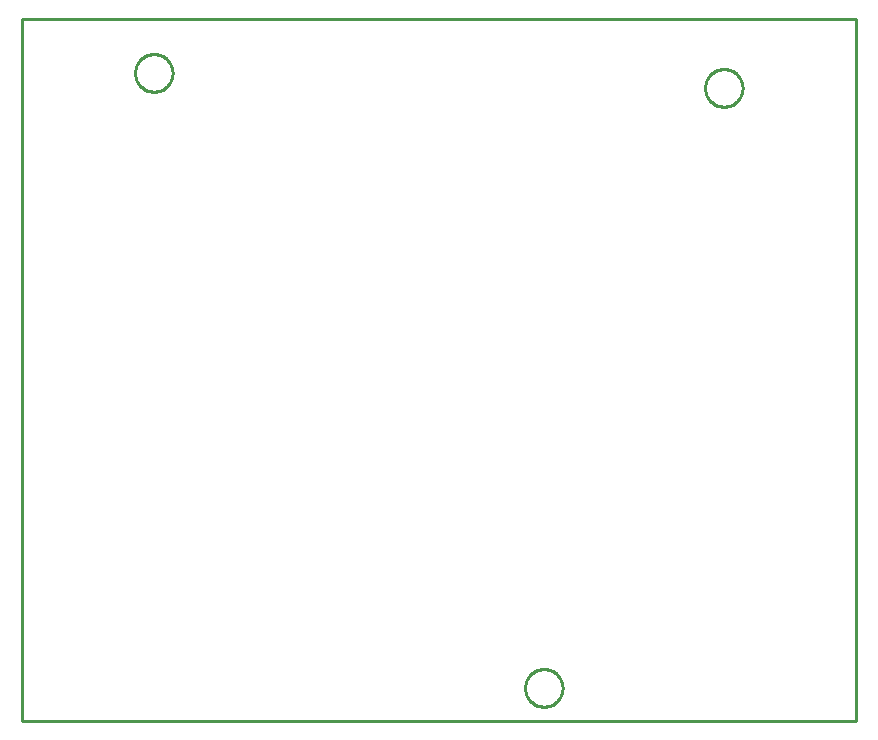
<source format=gko>
G04 EAGLE Gerber RS-274X export*
G75*
%MOMM*%
%FSLAX34Y34*%
%LPD*%
%INBoard Outline*%
%IPPOS*%
%AMOC8*
5,1,8,0,0,1.08239X$1,22.5*%
G01*
%ADD10C,0.000000*%
%ADD11C,0.254000*%


D10*
X0Y0D02*
X705360Y0D01*
X705360Y594260D01*
X0Y594260D01*
X0Y0D01*
X577965Y535860D02*
X577970Y536250D01*
X577984Y536639D01*
X578008Y537028D01*
X578041Y537416D01*
X578084Y537803D01*
X578137Y538189D01*
X578199Y538574D01*
X578270Y538957D01*
X578351Y539338D01*
X578441Y539717D01*
X578540Y540094D01*
X578649Y540468D01*
X578766Y540840D01*
X578893Y541208D01*
X579029Y541573D01*
X579173Y541935D01*
X579327Y542293D01*
X579489Y542647D01*
X579660Y542998D01*
X579839Y543343D01*
X580027Y543685D01*
X580224Y544021D01*
X580428Y544353D01*
X580640Y544680D01*
X580861Y545001D01*
X581089Y545317D01*
X581325Y545627D01*
X581568Y545931D01*
X581819Y546229D01*
X582077Y546521D01*
X582343Y546806D01*
X582615Y547085D01*
X582894Y547357D01*
X583179Y547623D01*
X583471Y547881D01*
X583769Y548132D01*
X584073Y548375D01*
X584383Y548611D01*
X584699Y548839D01*
X585020Y549060D01*
X585347Y549272D01*
X585679Y549476D01*
X586015Y549673D01*
X586357Y549861D01*
X586702Y550040D01*
X587053Y550211D01*
X587407Y550373D01*
X587765Y550527D01*
X588127Y550671D01*
X588492Y550807D01*
X588860Y550934D01*
X589232Y551051D01*
X589606Y551160D01*
X589983Y551259D01*
X590362Y551349D01*
X590743Y551430D01*
X591126Y551501D01*
X591511Y551563D01*
X591897Y551616D01*
X592284Y551659D01*
X592672Y551692D01*
X593061Y551716D01*
X593450Y551730D01*
X593840Y551735D01*
X594230Y551730D01*
X594619Y551716D01*
X595008Y551692D01*
X595396Y551659D01*
X595783Y551616D01*
X596169Y551563D01*
X596554Y551501D01*
X596937Y551430D01*
X597318Y551349D01*
X597697Y551259D01*
X598074Y551160D01*
X598448Y551051D01*
X598820Y550934D01*
X599188Y550807D01*
X599553Y550671D01*
X599915Y550527D01*
X600273Y550373D01*
X600627Y550211D01*
X600978Y550040D01*
X601323Y549861D01*
X601665Y549673D01*
X602001Y549476D01*
X602333Y549272D01*
X602660Y549060D01*
X602981Y548839D01*
X603297Y548611D01*
X603607Y548375D01*
X603911Y548132D01*
X604209Y547881D01*
X604501Y547623D01*
X604786Y547357D01*
X605065Y547085D01*
X605337Y546806D01*
X605603Y546521D01*
X605861Y546229D01*
X606112Y545931D01*
X606355Y545627D01*
X606591Y545317D01*
X606819Y545001D01*
X607040Y544680D01*
X607252Y544353D01*
X607456Y544021D01*
X607653Y543685D01*
X607841Y543343D01*
X608020Y542998D01*
X608191Y542647D01*
X608353Y542293D01*
X608507Y541935D01*
X608651Y541573D01*
X608787Y541208D01*
X608914Y540840D01*
X609031Y540468D01*
X609140Y540094D01*
X609239Y539717D01*
X609329Y539338D01*
X609410Y538957D01*
X609481Y538574D01*
X609543Y538189D01*
X609596Y537803D01*
X609639Y537416D01*
X609672Y537028D01*
X609696Y536639D01*
X609710Y536250D01*
X609715Y535860D01*
X609710Y535470D01*
X609696Y535081D01*
X609672Y534692D01*
X609639Y534304D01*
X609596Y533917D01*
X609543Y533531D01*
X609481Y533146D01*
X609410Y532763D01*
X609329Y532382D01*
X609239Y532003D01*
X609140Y531626D01*
X609031Y531252D01*
X608914Y530880D01*
X608787Y530512D01*
X608651Y530147D01*
X608507Y529785D01*
X608353Y529427D01*
X608191Y529073D01*
X608020Y528722D01*
X607841Y528377D01*
X607653Y528035D01*
X607456Y527699D01*
X607252Y527367D01*
X607040Y527040D01*
X606819Y526719D01*
X606591Y526403D01*
X606355Y526093D01*
X606112Y525789D01*
X605861Y525491D01*
X605603Y525199D01*
X605337Y524914D01*
X605065Y524635D01*
X604786Y524363D01*
X604501Y524097D01*
X604209Y523839D01*
X603911Y523588D01*
X603607Y523345D01*
X603297Y523109D01*
X602981Y522881D01*
X602660Y522660D01*
X602333Y522448D01*
X602001Y522244D01*
X601665Y522047D01*
X601323Y521859D01*
X600978Y521680D01*
X600627Y521509D01*
X600273Y521347D01*
X599915Y521193D01*
X599553Y521049D01*
X599188Y520913D01*
X598820Y520786D01*
X598448Y520669D01*
X598074Y520560D01*
X597697Y520461D01*
X597318Y520371D01*
X596937Y520290D01*
X596554Y520219D01*
X596169Y520157D01*
X595783Y520104D01*
X595396Y520061D01*
X595008Y520028D01*
X594619Y520004D01*
X594230Y519990D01*
X593840Y519985D01*
X593450Y519990D01*
X593061Y520004D01*
X592672Y520028D01*
X592284Y520061D01*
X591897Y520104D01*
X591511Y520157D01*
X591126Y520219D01*
X590743Y520290D01*
X590362Y520371D01*
X589983Y520461D01*
X589606Y520560D01*
X589232Y520669D01*
X588860Y520786D01*
X588492Y520913D01*
X588127Y521049D01*
X587765Y521193D01*
X587407Y521347D01*
X587053Y521509D01*
X586702Y521680D01*
X586357Y521859D01*
X586015Y522047D01*
X585679Y522244D01*
X585347Y522448D01*
X585020Y522660D01*
X584699Y522881D01*
X584383Y523109D01*
X584073Y523345D01*
X583769Y523588D01*
X583471Y523839D01*
X583179Y524097D01*
X582894Y524363D01*
X582615Y524635D01*
X582343Y524914D01*
X582077Y525199D01*
X581819Y525491D01*
X581568Y525789D01*
X581325Y526093D01*
X581089Y526403D01*
X580861Y526719D01*
X580640Y527040D01*
X580428Y527367D01*
X580224Y527699D01*
X580027Y528035D01*
X579839Y528377D01*
X579660Y528722D01*
X579489Y529073D01*
X579327Y529427D01*
X579173Y529785D01*
X579029Y530147D01*
X578893Y530512D01*
X578766Y530880D01*
X578649Y531252D01*
X578540Y531626D01*
X578441Y532003D01*
X578351Y532382D01*
X578270Y532763D01*
X578199Y533146D01*
X578137Y533531D01*
X578084Y533917D01*
X578041Y534304D01*
X578008Y534692D01*
X577984Y535081D01*
X577970Y535470D01*
X577965Y535860D01*
X95365Y548560D02*
X95370Y548950D01*
X95384Y549339D01*
X95408Y549728D01*
X95441Y550116D01*
X95484Y550503D01*
X95537Y550889D01*
X95599Y551274D01*
X95670Y551657D01*
X95751Y552038D01*
X95841Y552417D01*
X95940Y552794D01*
X96049Y553168D01*
X96166Y553540D01*
X96293Y553908D01*
X96429Y554273D01*
X96573Y554635D01*
X96727Y554993D01*
X96889Y555347D01*
X97060Y555698D01*
X97239Y556043D01*
X97427Y556385D01*
X97624Y556721D01*
X97828Y557053D01*
X98040Y557380D01*
X98261Y557701D01*
X98489Y558017D01*
X98725Y558327D01*
X98968Y558631D01*
X99219Y558929D01*
X99477Y559221D01*
X99743Y559506D01*
X100015Y559785D01*
X100294Y560057D01*
X100579Y560323D01*
X100871Y560581D01*
X101169Y560832D01*
X101473Y561075D01*
X101783Y561311D01*
X102099Y561539D01*
X102420Y561760D01*
X102747Y561972D01*
X103079Y562176D01*
X103415Y562373D01*
X103757Y562561D01*
X104102Y562740D01*
X104453Y562911D01*
X104807Y563073D01*
X105165Y563227D01*
X105527Y563371D01*
X105892Y563507D01*
X106260Y563634D01*
X106632Y563751D01*
X107006Y563860D01*
X107383Y563959D01*
X107762Y564049D01*
X108143Y564130D01*
X108526Y564201D01*
X108911Y564263D01*
X109297Y564316D01*
X109684Y564359D01*
X110072Y564392D01*
X110461Y564416D01*
X110850Y564430D01*
X111240Y564435D01*
X111630Y564430D01*
X112019Y564416D01*
X112408Y564392D01*
X112796Y564359D01*
X113183Y564316D01*
X113569Y564263D01*
X113954Y564201D01*
X114337Y564130D01*
X114718Y564049D01*
X115097Y563959D01*
X115474Y563860D01*
X115848Y563751D01*
X116220Y563634D01*
X116588Y563507D01*
X116953Y563371D01*
X117315Y563227D01*
X117673Y563073D01*
X118027Y562911D01*
X118378Y562740D01*
X118723Y562561D01*
X119065Y562373D01*
X119401Y562176D01*
X119733Y561972D01*
X120060Y561760D01*
X120381Y561539D01*
X120697Y561311D01*
X121007Y561075D01*
X121311Y560832D01*
X121609Y560581D01*
X121901Y560323D01*
X122186Y560057D01*
X122465Y559785D01*
X122737Y559506D01*
X123003Y559221D01*
X123261Y558929D01*
X123512Y558631D01*
X123755Y558327D01*
X123991Y558017D01*
X124219Y557701D01*
X124440Y557380D01*
X124652Y557053D01*
X124856Y556721D01*
X125053Y556385D01*
X125241Y556043D01*
X125420Y555698D01*
X125591Y555347D01*
X125753Y554993D01*
X125907Y554635D01*
X126051Y554273D01*
X126187Y553908D01*
X126314Y553540D01*
X126431Y553168D01*
X126540Y552794D01*
X126639Y552417D01*
X126729Y552038D01*
X126810Y551657D01*
X126881Y551274D01*
X126943Y550889D01*
X126996Y550503D01*
X127039Y550116D01*
X127072Y549728D01*
X127096Y549339D01*
X127110Y548950D01*
X127115Y548560D01*
X127110Y548170D01*
X127096Y547781D01*
X127072Y547392D01*
X127039Y547004D01*
X126996Y546617D01*
X126943Y546231D01*
X126881Y545846D01*
X126810Y545463D01*
X126729Y545082D01*
X126639Y544703D01*
X126540Y544326D01*
X126431Y543952D01*
X126314Y543580D01*
X126187Y543212D01*
X126051Y542847D01*
X125907Y542485D01*
X125753Y542127D01*
X125591Y541773D01*
X125420Y541422D01*
X125241Y541077D01*
X125053Y540735D01*
X124856Y540399D01*
X124652Y540067D01*
X124440Y539740D01*
X124219Y539419D01*
X123991Y539103D01*
X123755Y538793D01*
X123512Y538489D01*
X123261Y538191D01*
X123003Y537899D01*
X122737Y537614D01*
X122465Y537335D01*
X122186Y537063D01*
X121901Y536797D01*
X121609Y536539D01*
X121311Y536288D01*
X121007Y536045D01*
X120697Y535809D01*
X120381Y535581D01*
X120060Y535360D01*
X119733Y535148D01*
X119401Y534944D01*
X119065Y534747D01*
X118723Y534559D01*
X118378Y534380D01*
X118027Y534209D01*
X117673Y534047D01*
X117315Y533893D01*
X116953Y533749D01*
X116588Y533613D01*
X116220Y533486D01*
X115848Y533369D01*
X115474Y533260D01*
X115097Y533161D01*
X114718Y533071D01*
X114337Y532990D01*
X113954Y532919D01*
X113569Y532857D01*
X113183Y532804D01*
X112796Y532761D01*
X112408Y532728D01*
X112019Y532704D01*
X111630Y532690D01*
X111240Y532685D01*
X110850Y532690D01*
X110461Y532704D01*
X110072Y532728D01*
X109684Y532761D01*
X109297Y532804D01*
X108911Y532857D01*
X108526Y532919D01*
X108143Y532990D01*
X107762Y533071D01*
X107383Y533161D01*
X107006Y533260D01*
X106632Y533369D01*
X106260Y533486D01*
X105892Y533613D01*
X105527Y533749D01*
X105165Y533893D01*
X104807Y534047D01*
X104453Y534209D01*
X104102Y534380D01*
X103757Y534559D01*
X103415Y534747D01*
X103079Y534944D01*
X102747Y535148D01*
X102420Y535360D01*
X102099Y535581D01*
X101783Y535809D01*
X101473Y536045D01*
X101169Y536288D01*
X100871Y536539D01*
X100579Y536797D01*
X100294Y537063D01*
X100015Y537335D01*
X99743Y537614D01*
X99477Y537899D01*
X99219Y538191D01*
X98968Y538489D01*
X98725Y538793D01*
X98489Y539103D01*
X98261Y539419D01*
X98040Y539740D01*
X97828Y540067D01*
X97624Y540399D01*
X97427Y540735D01*
X97239Y541077D01*
X97060Y541422D01*
X96889Y541773D01*
X96727Y542127D01*
X96573Y542485D01*
X96429Y542847D01*
X96293Y543212D01*
X96166Y543580D01*
X96049Y543952D01*
X95940Y544326D01*
X95841Y544703D01*
X95751Y545082D01*
X95670Y545463D01*
X95599Y545846D01*
X95537Y546231D01*
X95484Y546617D01*
X95441Y547004D01*
X95408Y547392D01*
X95384Y547781D01*
X95370Y548170D01*
X95365Y548560D01*
X425565Y27860D02*
X425570Y28250D01*
X425584Y28639D01*
X425608Y29028D01*
X425641Y29416D01*
X425684Y29803D01*
X425737Y30189D01*
X425799Y30574D01*
X425870Y30957D01*
X425951Y31338D01*
X426041Y31717D01*
X426140Y32094D01*
X426249Y32468D01*
X426366Y32840D01*
X426493Y33208D01*
X426629Y33573D01*
X426773Y33935D01*
X426927Y34293D01*
X427089Y34647D01*
X427260Y34998D01*
X427439Y35343D01*
X427627Y35685D01*
X427824Y36021D01*
X428028Y36353D01*
X428240Y36680D01*
X428461Y37001D01*
X428689Y37317D01*
X428925Y37627D01*
X429168Y37931D01*
X429419Y38229D01*
X429677Y38521D01*
X429943Y38806D01*
X430215Y39085D01*
X430494Y39357D01*
X430779Y39623D01*
X431071Y39881D01*
X431369Y40132D01*
X431673Y40375D01*
X431983Y40611D01*
X432299Y40839D01*
X432620Y41060D01*
X432947Y41272D01*
X433279Y41476D01*
X433615Y41673D01*
X433957Y41861D01*
X434302Y42040D01*
X434653Y42211D01*
X435007Y42373D01*
X435365Y42527D01*
X435727Y42671D01*
X436092Y42807D01*
X436460Y42934D01*
X436832Y43051D01*
X437206Y43160D01*
X437583Y43259D01*
X437962Y43349D01*
X438343Y43430D01*
X438726Y43501D01*
X439111Y43563D01*
X439497Y43616D01*
X439884Y43659D01*
X440272Y43692D01*
X440661Y43716D01*
X441050Y43730D01*
X441440Y43735D01*
X441830Y43730D01*
X442219Y43716D01*
X442608Y43692D01*
X442996Y43659D01*
X443383Y43616D01*
X443769Y43563D01*
X444154Y43501D01*
X444537Y43430D01*
X444918Y43349D01*
X445297Y43259D01*
X445674Y43160D01*
X446048Y43051D01*
X446420Y42934D01*
X446788Y42807D01*
X447153Y42671D01*
X447515Y42527D01*
X447873Y42373D01*
X448227Y42211D01*
X448578Y42040D01*
X448923Y41861D01*
X449265Y41673D01*
X449601Y41476D01*
X449933Y41272D01*
X450260Y41060D01*
X450581Y40839D01*
X450897Y40611D01*
X451207Y40375D01*
X451511Y40132D01*
X451809Y39881D01*
X452101Y39623D01*
X452386Y39357D01*
X452665Y39085D01*
X452937Y38806D01*
X453203Y38521D01*
X453461Y38229D01*
X453712Y37931D01*
X453955Y37627D01*
X454191Y37317D01*
X454419Y37001D01*
X454640Y36680D01*
X454852Y36353D01*
X455056Y36021D01*
X455253Y35685D01*
X455441Y35343D01*
X455620Y34998D01*
X455791Y34647D01*
X455953Y34293D01*
X456107Y33935D01*
X456251Y33573D01*
X456387Y33208D01*
X456514Y32840D01*
X456631Y32468D01*
X456740Y32094D01*
X456839Y31717D01*
X456929Y31338D01*
X457010Y30957D01*
X457081Y30574D01*
X457143Y30189D01*
X457196Y29803D01*
X457239Y29416D01*
X457272Y29028D01*
X457296Y28639D01*
X457310Y28250D01*
X457315Y27860D01*
X457310Y27470D01*
X457296Y27081D01*
X457272Y26692D01*
X457239Y26304D01*
X457196Y25917D01*
X457143Y25531D01*
X457081Y25146D01*
X457010Y24763D01*
X456929Y24382D01*
X456839Y24003D01*
X456740Y23626D01*
X456631Y23252D01*
X456514Y22880D01*
X456387Y22512D01*
X456251Y22147D01*
X456107Y21785D01*
X455953Y21427D01*
X455791Y21073D01*
X455620Y20722D01*
X455441Y20377D01*
X455253Y20035D01*
X455056Y19699D01*
X454852Y19367D01*
X454640Y19040D01*
X454419Y18719D01*
X454191Y18403D01*
X453955Y18093D01*
X453712Y17789D01*
X453461Y17491D01*
X453203Y17199D01*
X452937Y16914D01*
X452665Y16635D01*
X452386Y16363D01*
X452101Y16097D01*
X451809Y15839D01*
X451511Y15588D01*
X451207Y15345D01*
X450897Y15109D01*
X450581Y14881D01*
X450260Y14660D01*
X449933Y14448D01*
X449601Y14244D01*
X449265Y14047D01*
X448923Y13859D01*
X448578Y13680D01*
X448227Y13509D01*
X447873Y13347D01*
X447515Y13193D01*
X447153Y13049D01*
X446788Y12913D01*
X446420Y12786D01*
X446048Y12669D01*
X445674Y12560D01*
X445297Y12461D01*
X444918Y12371D01*
X444537Y12290D01*
X444154Y12219D01*
X443769Y12157D01*
X443383Y12104D01*
X442996Y12061D01*
X442608Y12028D01*
X442219Y12004D01*
X441830Y11990D01*
X441440Y11985D01*
X441050Y11990D01*
X440661Y12004D01*
X440272Y12028D01*
X439884Y12061D01*
X439497Y12104D01*
X439111Y12157D01*
X438726Y12219D01*
X438343Y12290D01*
X437962Y12371D01*
X437583Y12461D01*
X437206Y12560D01*
X436832Y12669D01*
X436460Y12786D01*
X436092Y12913D01*
X435727Y13049D01*
X435365Y13193D01*
X435007Y13347D01*
X434653Y13509D01*
X434302Y13680D01*
X433957Y13859D01*
X433615Y14047D01*
X433279Y14244D01*
X432947Y14448D01*
X432620Y14660D01*
X432299Y14881D01*
X431983Y15109D01*
X431673Y15345D01*
X431369Y15588D01*
X431071Y15839D01*
X430779Y16097D01*
X430494Y16363D01*
X430215Y16635D01*
X429943Y16914D01*
X429677Y17199D01*
X429419Y17491D01*
X429168Y17789D01*
X428925Y18093D01*
X428689Y18403D01*
X428461Y18719D01*
X428240Y19040D01*
X428028Y19367D01*
X427824Y19699D01*
X427627Y20035D01*
X427439Y20377D01*
X427260Y20722D01*
X427089Y21073D01*
X426927Y21427D01*
X426773Y21785D01*
X426629Y22147D01*
X426493Y22512D01*
X426366Y22880D01*
X426249Y23252D01*
X426140Y23626D01*
X426041Y24003D01*
X425951Y24382D01*
X425870Y24763D01*
X425799Y25146D01*
X425737Y25531D01*
X425684Y25917D01*
X425641Y26304D01*
X425608Y26692D01*
X425584Y27081D01*
X425570Y27470D01*
X425565Y27860D01*
D11*
X0Y0D02*
X705360Y0D01*
X705360Y594260D01*
X0Y594260D01*
X0Y0D01*
X609715Y535340D02*
X609647Y534303D01*
X609511Y533273D01*
X609309Y532253D01*
X609040Y531249D01*
X608705Y530265D01*
X608308Y529305D01*
X607848Y528373D01*
X607328Y527472D01*
X606751Y526608D01*
X606118Y525784D01*
X605433Y525002D01*
X604698Y524267D01*
X603916Y523582D01*
X603092Y522949D01*
X602228Y522372D01*
X601327Y521852D01*
X600395Y521392D01*
X599435Y520995D01*
X598451Y520660D01*
X597447Y520391D01*
X596427Y520189D01*
X595397Y520053D01*
X594360Y519985D01*
X593320Y519985D01*
X592283Y520053D01*
X591253Y520189D01*
X590233Y520391D01*
X589229Y520660D01*
X588245Y520995D01*
X587285Y521392D01*
X586353Y521852D01*
X585452Y522372D01*
X584588Y522949D01*
X583764Y523582D01*
X582982Y524267D01*
X582247Y525002D01*
X581562Y525784D01*
X580929Y526608D01*
X580352Y527472D01*
X579832Y528373D01*
X579372Y529305D01*
X578975Y530265D01*
X578640Y531249D01*
X578371Y532253D01*
X578169Y533273D01*
X578033Y534303D01*
X577965Y535340D01*
X577965Y536380D01*
X578033Y537417D01*
X578169Y538447D01*
X578371Y539467D01*
X578640Y540471D01*
X578975Y541455D01*
X579372Y542415D01*
X579832Y543347D01*
X580352Y544248D01*
X580929Y545112D01*
X581562Y545936D01*
X582247Y546718D01*
X582982Y547453D01*
X583764Y548138D01*
X584588Y548771D01*
X585452Y549348D01*
X586353Y549868D01*
X587285Y550328D01*
X588245Y550725D01*
X589229Y551060D01*
X590233Y551329D01*
X591253Y551531D01*
X592283Y551667D01*
X593320Y551735D01*
X594360Y551735D01*
X595397Y551667D01*
X596427Y551531D01*
X597447Y551329D01*
X598451Y551060D01*
X599435Y550725D01*
X600395Y550328D01*
X601327Y549868D01*
X602228Y549348D01*
X603092Y548771D01*
X603916Y548138D01*
X604698Y547453D01*
X605433Y546718D01*
X606118Y545936D01*
X606751Y545112D01*
X607328Y544248D01*
X607848Y543347D01*
X608308Y542415D01*
X608705Y541455D01*
X609040Y540471D01*
X609309Y539467D01*
X609511Y538447D01*
X609647Y537417D01*
X609715Y536380D01*
X609715Y535340D01*
X127115Y548040D02*
X127047Y547003D01*
X126911Y545973D01*
X126709Y544953D01*
X126440Y543949D01*
X126105Y542965D01*
X125708Y542005D01*
X125248Y541073D01*
X124728Y540172D01*
X124151Y539308D01*
X123518Y538484D01*
X122833Y537702D01*
X122098Y536967D01*
X121316Y536282D01*
X120492Y535649D01*
X119628Y535072D01*
X118727Y534552D01*
X117795Y534092D01*
X116835Y533695D01*
X115851Y533360D01*
X114847Y533091D01*
X113827Y532889D01*
X112797Y532753D01*
X111760Y532685D01*
X110720Y532685D01*
X109683Y532753D01*
X108653Y532889D01*
X107633Y533091D01*
X106629Y533360D01*
X105645Y533695D01*
X104685Y534092D01*
X103753Y534552D01*
X102852Y535072D01*
X101988Y535649D01*
X101164Y536282D01*
X100382Y536967D01*
X99647Y537702D01*
X98962Y538484D01*
X98329Y539308D01*
X97752Y540172D01*
X97232Y541073D01*
X96772Y542005D01*
X96375Y542965D01*
X96040Y543949D01*
X95771Y544953D01*
X95569Y545973D01*
X95433Y547003D01*
X95365Y548040D01*
X95365Y549080D01*
X95433Y550117D01*
X95569Y551147D01*
X95771Y552167D01*
X96040Y553171D01*
X96375Y554155D01*
X96772Y555115D01*
X97232Y556047D01*
X97752Y556948D01*
X98329Y557812D01*
X98962Y558636D01*
X99647Y559418D01*
X100382Y560153D01*
X101164Y560838D01*
X101988Y561471D01*
X102852Y562048D01*
X103753Y562568D01*
X104685Y563028D01*
X105645Y563425D01*
X106629Y563760D01*
X107633Y564029D01*
X108653Y564231D01*
X109683Y564367D01*
X110720Y564435D01*
X111760Y564435D01*
X112797Y564367D01*
X113827Y564231D01*
X114847Y564029D01*
X115851Y563760D01*
X116835Y563425D01*
X117795Y563028D01*
X118727Y562568D01*
X119628Y562048D01*
X120492Y561471D01*
X121316Y560838D01*
X122098Y560153D01*
X122833Y559418D01*
X123518Y558636D01*
X124151Y557812D01*
X124728Y556948D01*
X125248Y556047D01*
X125708Y555115D01*
X126105Y554155D01*
X126440Y553171D01*
X126709Y552167D01*
X126911Y551147D01*
X127047Y550117D01*
X127115Y549080D01*
X127115Y548040D01*
X457315Y27340D02*
X457247Y26303D01*
X457111Y25273D01*
X456909Y24253D01*
X456640Y23249D01*
X456305Y22265D01*
X455908Y21305D01*
X455448Y20373D01*
X454928Y19472D01*
X454351Y18608D01*
X453718Y17784D01*
X453033Y17002D01*
X452298Y16267D01*
X451516Y15582D01*
X450692Y14949D01*
X449828Y14372D01*
X448927Y13852D01*
X447995Y13392D01*
X447035Y12995D01*
X446051Y12660D01*
X445047Y12391D01*
X444027Y12189D01*
X442997Y12053D01*
X441960Y11985D01*
X440920Y11985D01*
X439883Y12053D01*
X438853Y12189D01*
X437833Y12391D01*
X436829Y12660D01*
X435845Y12995D01*
X434885Y13392D01*
X433953Y13852D01*
X433052Y14372D01*
X432188Y14949D01*
X431364Y15582D01*
X430582Y16267D01*
X429847Y17002D01*
X429162Y17784D01*
X428529Y18608D01*
X427952Y19472D01*
X427432Y20373D01*
X426972Y21305D01*
X426575Y22265D01*
X426240Y23249D01*
X425971Y24253D01*
X425769Y25273D01*
X425633Y26303D01*
X425565Y27340D01*
X425565Y28380D01*
X425633Y29417D01*
X425769Y30447D01*
X425971Y31467D01*
X426240Y32471D01*
X426575Y33455D01*
X426972Y34415D01*
X427432Y35347D01*
X427952Y36248D01*
X428529Y37112D01*
X429162Y37936D01*
X429847Y38718D01*
X430582Y39453D01*
X431364Y40138D01*
X432188Y40771D01*
X433052Y41348D01*
X433953Y41868D01*
X434885Y42328D01*
X435845Y42725D01*
X436829Y43060D01*
X437833Y43329D01*
X438853Y43531D01*
X439883Y43667D01*
X440920Y43735D01*
X441960Y43735D01*
X442997Y43667D01*
X444027Y43531D01*
X445047Y43329D01*
X446051Y43060D01*
X447035Y42725D01*
X447995Y42328D01*
X448927Y41868D01*
X449828Y41348D01*
X450692Y40771D01*
X451516Y40138D01*
X452298Y39453D01*
X453033Y38718D01*
X453718Y37936D01*
X454351Y37112D01*
X454928Y36248D01*
X455448Y35347D01*
X455908Y34415D01*
X456305Y33455D01*
X456640Y32471D01*
X456909Y31467D01*
X457111Y30447D01*
X457247Y29417D01*
X457315Y28380D01*
X457315Y27340D01*
M02*

</source>
